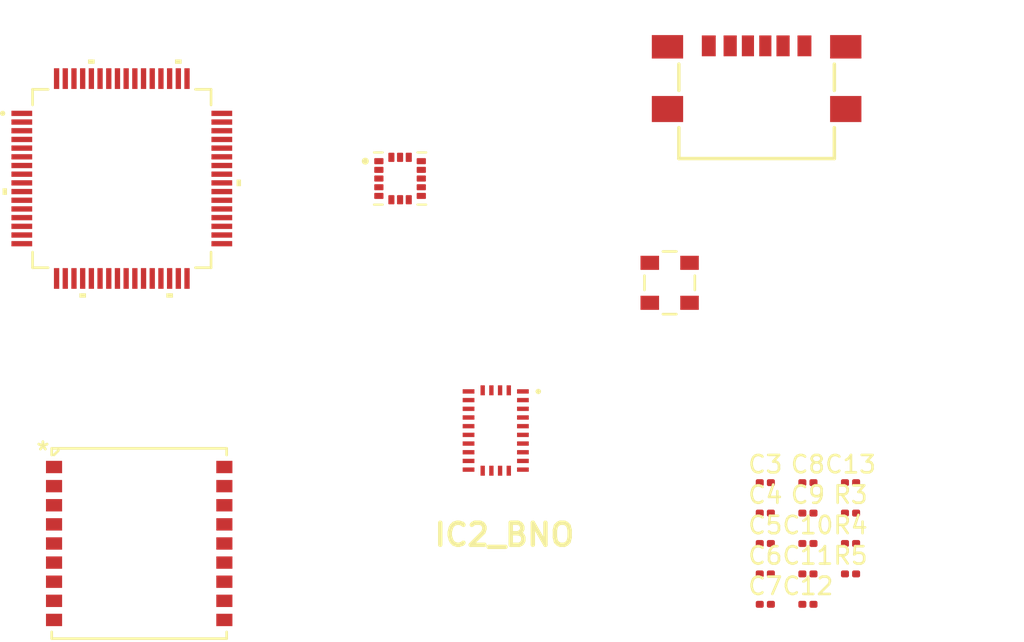
<source format=kicad_pcb>
(kicad_pcb (version 20241229) (generator "pcbnew") (generator_version "9.0")
  (layers (0 "F.Cu" signal) (2 "B.Cu" signal) (13 "F.Paste" user) (15 "B.Paste" user) (5 "F.SilkS" user "F.Silkscreen") (7 "B.SilkS" user "B.Silkscreen") (1 "F.Mask" user) (3 "B.Mask" user) (25 "Edge.Cuts" user))
  (net 0 "")
  (net 1 "5V")
  (net 3 "GND")
  (net 4 "MAX_Timepulse_INT2")
  (net 5 "MAX_INT1")
  (net 6 "MAX_USART2_TX")
  (net 7 "I2C1_SDA")
  (net 9 "Backup 3.3V")
  (net 11 "MAX_USART2_RX")
  (net 12 "I2C1_SCL")
  (net 13 "3.3V")
  (net 14 "MAX_Reset")
  (net 16 "Net-(IC1-PH0-OSC_IN)")
  (net 17 "H3_INT1")
  (net 19 "H3_INT2")
  (net 22 "MISO")
  (net 49 "MOSI")
  (net 56 "SCK")
  (net 60 "NRST")
  (net 62 "LPS_INT1")
  (net 63 "BNO_INT1")
  (net 73 "Net-(IC2-CLKSEL0)")
  (net 74 "Net-(IC2-CAP)")
  (footprint "Capacitor_SMD:C_0201_0603Metric" (layer "F.Cu") (at 156.95 94.75)
    (property "Reference" "C11" (at 0 -1.05 0) (layer "F.SilkS"))
    (property "Value" "C")
    (pad "1" smd roundrect (at -0.32 0) (size 0.46 0.4) (layers "F.Cu" "F.Mask") (net 3 "GND"))
    (pad "2" smd roundrect (at 0.32 0) (size 0.46 0.4) (layers "F.Cu" "F.Mask") (net 13 "3.3V"))
  )
  (footprint "Resistor_SMD:R_0201_0603Metric" (layer "F.Cu") (at 159.4 91.25)
    (property "Reference" "R3" (at 0 -1.05 0) (layer "F.SilkS"))
    (property "Value" "R")
    (pad "1" smd roundrect (at -0.32 0) (size 0.46 0.4) (layers "F.Cu" "F.Mask") (net 13 "3.3V"))
    (pad "2" smd roundrect (at 0.32 0) (size 0.46 0.4) (layers "F.Cu" "F.Mask") (net 73 "Net-(IC2-CLKSEL0)"))
  )
  (footprint "Capacitor_SMD:C_0201_0603Metric" (layer "F.Cu") (at 154.5 93)
    (property "Reference" "C5" (at 0 -1.05 0) (layer "F.SilkS"))
    (property "Value" "C")
    (pad "1" smd roundrect (at -0.32 0) (size 0.46 0.4) (layers "F.Cu" "F.Mask") (net 3 "GND"))
    (pad "2" smd roundrect (at 0.32 0) (size 0.46 0.4) (layers "F.Cu" "F.Mask") (net 13 "3.3V"))
  )
  (footprint "Resistor_SMD:R_0201_0603Metric" (layer "F.Cu") (at 159.4 93)
    (property "Reference" "R4" (at 0 -1.05 0) (layer "F.SilkS"))
    (property "Value" "R")
    (pad "1" smd roundrect (at -0.32 0) (size 0.46 0.4) (layers "F.Cu" "F.Mask") (net 13 "3.3V"))
    (pad "2" smd roundrect (at 0.32 0) (size 0.46 0.4) (layers "F.Cu" "F.Mask") (net 12 "I2C1_SCL"))
  )
  (footprint "Capacitor_SMD:C_0201_0603Metric" (layer "F.Cu") (at 154.5 91.25)
    (property "Reference" "C4" (at 0 -1.05 0) (layer "F.SilkS"))
    (property "Value" "C")
    (pad "1" smd roundrect (at -0.32 0) (size 0.46 0.4) (layers "F.Cu" "F.Mask") (net 3 "GND"))
    (pad "2" smd roundrect (at 0.32 0) (size 0.46 0.4) (layers "F.Cu" "F.Mask") (net 13 "3.3V"))
  )
  (footprint "RocketClub:BNO085" (layer "F.Cu") (at 139 86.5)
    (property "Reference" "IC2_BNO" (at 0.5 6 0) (layer "F.SilkS") (effects (font (size 1.27 1.27) (thickness 0.254))))
    (property "Value" "BNO085" (hide yes))
    (fp_line (start 2.4 -2.25) (end 2.4 -2.25) (stroke (width 0.2)) (layer "F.SilkS"))
    (fp_line (start 2.4 -2.25) (end 2.4 -2.25) (stroke (width 0.2)) (layer "F.SilkS"))
    (fp_line (start 2.5 -2.25) (end 2.5 -2.25) (stroke (width 0.2)) (layer "F.SilkS"))
    (fp_arc (start 2.4 -2.25) (mid 2.45 -2.3) (end 2.5 -2.25) (stroke (width 0.2)) (layer "F.SilkS"))
    (fp_arc (start 2.5 -2.25) (mid 2.45 -2.2) (end 2.4 -2.25) (stroke (width 0.2)) (layer "F.SilkS"))
    (fp_arc (start 2.5 -2.25) (mid 2.45 -2.2) (end 2.4 -2.25) (stroke (width 0.2)) (layer "F.SilkS"))
    (pad "1" smd rect (at 1.563 -2.25 90) (size 0.25 0.675) (layers "F.Cu" "F.Mask" "F.Paste"))
    (pad "2" smd rect (at 0.75 -2.313) (size 0.25 0.575) (layers "F.Cu" "F.Mask" "F.Paste") (net 3 "GND"))
    (pad "3" smd rect (at 0.25 -2.313) (size 0.25 0.575) (layers "F.Cu" "F.Mask" "F.Paste") (net 13 "3.3V"))
    (pad "4" smd rect (at -0.25 -2.313) (size 0.25 0.575) (layers "F.Cu" "F.Mask" "F.Paste") (net 3 "GND"))
    (pad "5" smd rect (at -0.75 -2.313) (size 0.25 0.575) (layers "F.Cu" "F.Mask" "F.Paste") (net 13 "3.3V"))
    (pad "6" smd rect (at -1.563 -2.25 90) (size 0.25 0.675) (layers "F.Cu" "F.Mask" "F.Paste") (net 3 "GND"))
    (pad "7" smd rect (at -1.563 -1.75 90) (size 0.25 0.675) (layers "F.Cu" "F.Mask" "F.Paste"))
    (pad "8" smd rect (at -1.563 -1.25 90) (size 0.25 0.675) (layers "F.Cu" "F.Mask" "F.Paste"))
    (pad "9" smd rect (at -1.563 -0.75 90) (size 0.25 0.675) (layers "F.Cu" "F.Mask" "F.Paste") (net 74 "Net-(IC2-CAP)"))
    (pad "10" smd rect (at -1.563 -0.25 90) (size 0.25 0.675) (layers "F.Cu" "F.Mask" "F.Paste") (net 73 "Net-(IC2-CLKSEL0)"))
    (pad "11" smd rect (at -1.563 0.25 90) (size 0.25 0.675) (layers "F.Cu" "F.Mask" "F.Paste") (net 60 "NRST"))
    (pad "12" smd rect (at -1.563 0.75 90) (size 0.25 0.675) (layers "F.Cu" "F.Mask" "F.Paste"))
    (pad "13" smd rect (at -1.563 1.25 90) (size 0.25 0.675) (layers "F.Cu" "F.Mask" "F.Paste"))
    (pad "14" smd rect (at -1.563 1.75 90) (size 0.25 0.675) (layers "F.Cu" "F.Mask" "F.Paste") (net 63 "BNO_INT1"))
    (pad "15" smd rect (at -1.563 2.25 90) (size 0.25 0.675) (layers "F.Cu" "F.Mask" "F.Paste"))
    (pad "16" smd rect (at -0.75 2.313) (size 0.25 0.575) (layers "F.Cu" "F.Mask" "F.Paste"))
    (pad "17" smd rect (at -0.25 2.313) (size 0.25 0.575) (layers "F.Cu" "F.Mask" "F.Paste") (net 13 "3.3V"))
    (pad "18" smd rect (at 0.25 2.313) (size 0.25 0.575) (layers "F.Cu" "F.Mask" "F.Paste"))
    (pad "19" smd rect (at 0.75 2.313) (size 0.25 0.575) (layers "F.Cu" "F.Mask" "F.Paste") (net 12 "I2C1_SCL"))
    (pad "20" smd rect (at 1.563 2.25 90) (size 0.25 0.675) (layers "F.Cu" "F.Mask" "F.Paste") (net 7 "I2C1_SDA"))
    (pad "21" smd rect (at 1.563 1.75 90) (size 0.25 0.675) (layers "F.Cu" "F.Mask" "F.Paste"))
    (pad "22" smd rect (at 1.563 1.25 90) (size 0.25 0.675) (layers "F.Cu" "F.Mask" "F.Paste"))
    (pad "23" smd rect (at 1.563 0.75 90) (size 0.25 0.675) (layers "F.Cu" "F.Mask" "F.Paste"))
    (pad "24" smd rect (at 1.563 0.25 90) (size 0.25 0.675) (layers "F.Cu" "F.Mask" "F.Paste"))
    (pad "25" smd rect (at 1.563 -0.25 90) (size 0.25 0.675) (layers "F.Cu" "F.Mask" "F.Paste") (net 3 "GND"))
    (pad "26" smd rect (at 1.563 -0.75 90) (size 0.25 0.675) (layers "F.Cu" "F.Mask" "F.Paste"))
    (pad "27" smd rect (at 1.563 -1.25 90) (size 0.25 0.675) (layers "F.Cu" "F.Mask" "F.Paste"))
    (pad "28" smd rect (at 1.563 -1.75 90) (size 0.25 0.675) (layers "F.Cu" "F.Mask" "F.Paste") (net 13 "3.3V"))
  )
  (footprint "Capacitor_SMD:C_0201_0603Metric" (layer "F.Cu") (at 156.95 93)
    (property "Reference" "C10" (at 0 -1.05 0) (layer "F.SilkS"))
    (property "Value" "C")
    (pad "1" smd roundrect (at -0.32 0) (size 0.46 0.4) (layers "F.Cu" "F.Mask") (net 3 "GND"))
    (pad "2" smd roundrect (at 0.32 0) (size 0.46 0.4) (layers "F.Cu" "F.Mask") (net 13 "3.3V"))
  )
  (footprint "Capacitor_SMD:C_0201_0603Metric" (layer "F.Cu") (at 156.95 91.25)
    (property "Reference" "C9" (at 0 -1.05 0) (layer "F.SilkS"))
    (property "Value" "C")
    (pad "1" smd roundrect (at -0.32 0) (size 0.46 0.4) (layers "F.Cu" "F.Mask") (net 3 "GND"))
    (pad "2" smd roundrect (at 0.32 0) (size 0.46 0.4) (layers "F.Cu" "F.Mask") (net 13 "3.3V"))
  )
  (footprint "RocketClub:LQFP64-10x10mm_STM" (layer "F.Cu") (at 117.5 72)
    (property "Reference" "IC1" (hide yes))
    (property "Value" "STM32H573RIT6")
    (fp_line (start -5.1308 -5.1308) (end -5.1308 -4.234392) (stroke (width 0.1524)) (layer "F.SilkS"))
    (fp_line (start -5.1308 4.234392) (end -5.1308 5.1308) (stroke (width 0.1524)) (layer "F.SilkS"))
    (fp_line (start -5.1308 5.1308) (end -4.234392 5.1308) (stroke (width 0.1524)) (layer "F.SilkS"))
    (fp_line (start -4.234392 -5.1308) (end -5.1308 -5.1308) (stroke (width 0.1524)) (layer "F.SilkS"))
    (fp_line (start 4.234392 5.1308) (end 5.1308 5.1308) (stroke (width 0.1524)) (layer "F.SilkS"))
    (fp_line (start 5.1308 -5.1308) (end 4.234392 -5.1308) (stroke (width 0.1524)) (layer "F.SilkS"))
    (fp_line (start 5.1308 -4.234392) (end 5.1308 -5.1308) (stroke (width 0.1524)) (layer "F.SilkS"))
    (fp_line (start 5.1308 5.1308) (end 5.1308 4.234392) (stroke (width 0.1524)) (layer "F.SilkS"))
    (fp_circle (center -6.8509 -3.75) (end -6.7747 -3.75) (stroke (width 0.1524)) (fill no) (layer "F.SilkS"))
    (fp_poly (pts (xy -6.854899 0.559501) (xy -6.854899 0.940501) (xy -6.600899 0.940501) (xy -6.600899 0.559501)) (fill yes) (layer "F.SilkS"))
    (fp_poly (pts (xy -2.440501 6.600899) (xy -2.440501 6.854899) (xy -2.059501 6.854899) (xy -2.059501 6.600899)) (fill yes) (layer "F.SilkS"))
    (fp_poly (pts (xy -1.940499 -6.600899) (xy -1.940499 -6.854899) (xy -1.559499 -6.854899) (xy -1.559499 -6.600899)) (fill yes) (layer "F.SilkS"))
    (fp_poly (pts (xy 2.5595 6.600899) (xy 2.5595 6.854899) (xy 2.9405 6.854899) (xy 2.9405 6.600899)) (fill yes) (layer "F.SilkS"))
    (fp_poly (pts (xy 3.059501 -6.600899) (xy 3.059501 -6.854899) (xy 3.440501 -6.854899) (xy 3.440501 -6.600899)) (fill yes) (layer "F.SilkS"))
    (fp_poly (pts (xy 6.854899 0.059499) (xy 6.854899 0.4405) (xy 6.600899 0.4405) (xy 6.600899 0.059499)) (fill yes) (layer "F.SilkS"))
    (pad "1" smd rect (at -5.749999 -3.75) (size 1.1938 0.3048) (layers "F.Cu" "F.Mask" "F.Paste"))
    (pad "2" smd rect (at -5.749999 -3.250001) (size 1.1938 0.3048) (layers "F.Cu" "F.Mask" "F.Paste"))
    (pad "3" smd rect (at -5.749999 -2.75) (size 1.1938 0.3048) (layers "F.Cu" "F.Mask" "F.Paste"))
    (pad "4" smd rect (at -5.749999 -2.250001) (size 1.1938 0.3048) (layers "F.Cu" "F.Mask" "F.Paste"))
    (pad "5" smd rect (at -5.749999 -1.749999) (size 1.1938 0.3048) (layers "F.Cu" "F.Mask" "F.Paste") (net 16 "Net-(IC1-PH0-OSC_IN)"))
    (pad "6" smd rect (at -5.749999 -1.25) (size 1.1938 0.3048) (layers "F.Cu" "F.Mask" "F.Paste"))
    (pad "7" smd rect (at -5.749999 -0.750001) (size 1.1938 0.3048) (layers "F.Cu" "F.Mask" "F.Paste") (net 60 "NRST"))
    (pad "8" smd rect (at -5.749999 -0.25) (size 1.1938 0.3048) (layers "F.Cu" "F.Mask" "F.Paste"))
    (pad "9" smd rect (at -5.749999 0.25) (size 1.1938 0.3048) (layers "F.Cu" "F.Mask" "F.Paste"))
    (pad "10" smd rect (at -5.749999 0.750001) (size 1.1938 0.3048) (layers "F.Cu" "F.Mask" "F.Paste"))
    (pad "11" smd rect (at -5.749999 1.25) (size 1.1938 0.3048) (layers "F.Cu" "F.Mask" "F.Paste"))
    (pad "12" smd rect (at -5.749999 1.749999) (size 1.1938 0.3048) (layers "F.Cu" "F.Mask" "F.Paste") (net 3 "GND"))
    (pad "13" smd rect (at -5.749999 2.250001) (size 1.1938 0.3048) (layers "F.Cu" "F.Mask" "F.Paste") (net 13 "3.3V"))
    (pad "14" smd rect (at -5.749999 2.75) (size 1.1938 0.3048) (layers "F.Cu" "F.Mask" "F.Paste") (net 6 "MAX_USART2_TX"))
    (pad "15" smd rect (at -5.749999 3.250001) (size 1.1938 0.3048) (layers "F.Cu" "F.Mask" "F.Paste") (net 11 "MAX_USART2_RX"))
    (pad "16" smd rect (at -5.749999 3.75) (size 1.1938 0.3048) (layers "F.Cu" "F.Mask" "F.Paste"))
    (pad "17" smd rect (at -3.75 5.749999 90) (size 1.1938 0.3048) (layers "F.Cu" "F.Mask" "F.Paste"))
    (pad "18" smd rect (at -3.250001 5.749999 90) (size 1.1938 0.3048) (layers "F.Cu" "F.Mask" "F.Paste") (net 3 "GND"))
    (pad "19" smd rect (at -2.75 5.749999 90) (size 1.1938 0.3048) (layers "F.Cu" "F.Mask" "F.Paste") (net 13 "3.3V"))
    (pad "20" smd rect (at -2.250001 5.749999 90) (size 1.1938 0.3048) (layers "F.Cu" "F.Mask" "F.Paste") (net 62 "LPS_INT1"))
    (pad "21" smd rect (at -1.749999 5.749999 90) (size 1.1938 0.3048) (layers "F.Cu" "F.Mask" "F.Paste") (net 56 "SCK"))
    (pad "22" smd rect (at -1.25 5.749999 90) (size 1.1938 0.3048) (layers "F.Cu" "F.Mask" "F.Paste") (net 22 "MISO"))
    (pad "23" smd rect (at -0.750001 5.749999 90) (size 1.1938 0.3048) (layers "F.Cu" "F.Mask" "F.Paste") (net 49 "MOSI"))
    (pad "24" smd rect (at -0.25 5.749999 90) (size 1.1938 0.3048) (layers "F.Cu" "F.Mask" "F.Paste"))
    (pad "25" smd rect (at 0.25 5.749999 90) (size 1.1938 0.3048) (layers "F.Cu" "F.Mask" "F.Paste"))
    (pad "26" smd rect (at 0.750001 5.749999 90) (size 1.1938 0.3048) (layers "F.Cu" "F.Mask" "F.Paste"))
    (pad "27" smd rect (at 1.25 5.749999 90) (size 1.1938 0.3048) (layers "F.Cu" "F.Mask" "F.Paste"))
    (pad "28" smd rect (at 1.749999 5.749999 90) (size 1.1938 0.3048) (layers "F.Cu" "F.Mask" "F.Paste"))
    (pad "29" smd rect (at 2.250001 5.749999 90) (size 1.1938 0.3048) (layers "F.Cu" "F.Mask" "F.Paste"))
    (pad "30" smd rect (at 2.75 5.749999 90) (size 1.1938 0.3048) (layers "F.Cu" "F.Mask" "F.Paste"))
    (pad "31" smd rect (at 3.250001 5.749999 90) (size 1.1938 0.3048) (layers "F.Cu" "F.Mask" "F.Paste") (net 3 "GND"))
    (pad "32" smd rect (at 3.75 5.749999 90) (size 1.1938 0.3048) (layers "F.Cu" "F.Mask" "F.Paste") (net 13 "3.3V"))
    (pad "33" smd rect (at 5.749999 3.75) (size 1.1938 0.3048) (layers "F.Cu" "F.Mask" "F.Paste") (net 19 "H3_INT2"))
    (pad "34" smd rect (at 5.749999 3.250001) (size 1.1938 0.3048) (layers "F.Cu" "F.Mask" "F.Paste") (net 17 "H3_INT1"))
    (pad "35" smd rect (at 5.749999 2.75) (size 1.1938 0.3048) (layers "F.Cu" "F.Mask" "F.Paste"))
    (pad "36" smd rect (at 5.749999 2.250001) (size 1.1938 0.3048) (layers "F.Cu" "F.Mask" "F.Paste") (net 63 "BNO_INT1"))
    (pad "37" smd rect (at 5.749999 1.749999) (size 1.1938 0.3048) (layers "F.Cu" "F.Mask" "F.Paste"))
    (pad "38" smd rect (at 5.749999 1.25) (size 1.1938 0.3048) (layers "F.Cu" "F.Mask" "F.Paste"))
    (pad "39" smd rect (at 5.749999 0.750001) (size 1.1938 0.3048) (layers "F.Cu" "F.Mask" "F.Paste") (net 5 "MAX_INT1"))
    (pad "40" smd rect (at 5.749999 0.25) (size 1.1938 0.3048) (layers "F.Cu" "F.Mask" "F.Paste") (net 14 "MAX_Reset"))
    (pad "41" smd rect (at 5.749999 -0.25) (size 1.1938 0.3048) (layers "F.Cu" "F.Mask" "F.Paste") (net 4 "MAX_Timepulse_INT2"))
    (pad "42" smd rect (at 5.749999 -0.750001) (size 1.1938 0.3048) (layers "F.Cu" "F.Mask" "F.Paste"))
    (pad "43" smd rect (at 5.749999 -1.25) (size 1.1938 0.3048) (layers "F.Cu" "F.Mask" "F.Paste"))
    (pad "44" smd rect (at 5.749999 -1.749999) (size 1.1938 0.3048) (layers "F.Cu" "F.Mask" "F.Paste"))
    (pad "45" smd rect (at 5.749999 -2.250001) (size 1.1938 0.3048) (layers "F.Cu" "F.Mask" "F.Paste"))
    (pad "46" smd rect (at 5.749999 -2.75) (size 1.1938 0.3048) (layers "F.Cu" "F.Mask" "F.Paste"))
    (pad "47" smd rect (at 5.749999 -3.250001) (size 1.1938 0.3048) (layers "F.Cu" "F.Mask" "F.Paste") (net 3 "GND"))
    (pad "48" smd rect (at 5.749999 -3.75) (size 1.1938 0.3048) (layers "F.Cu" "F.Mask" "F.Paste") (net 13 "3.3V"))
    (pad "49" smd rect (at 3.75 -5.749999 90) (size 1.1938 0.3048) (layers "F.Cu" "F.Mask" "F.Paste"))
    (pad "50" smd rect (at 3.250001 -5.749999 90) (size 1.1938 0.3048) (layers "F.Cu" "F.Mask" "F.Paste"))
    (pad "51" smd rect (at 2.75 -5.749999 90) (size 1.1938 0.3048) (layers "F.Cu" "F.Mask" "F.Paste"))
    (pad "52" smd rect (at 2.250001 -5.749999 90) (size 1.1938 0.3048) (layers "F.Cu" "F.Mask" "F.Paste"))
    (pad "53" smd rect (at 1.749999 -5.749999 90) (size 1.1938 0.3048) (layers "F.Cu" "F.Mask" "F.Paste"))
    (pad "54" smd rect (at 1.25 -5.749999 90) (size 1.1938 0.3048) (layers "F.Cu" "F.Mask" "F.Paste"))
    (pad "55" smd rect (at 0.750001 -5.749999 90) (size 1.1938 0.3048) (layers "F.Cu" "F.Mask" "F.Paste"))
    (pad "56" smd rect (at 0.25 -5.749999 90) (size 1.1938 0.3048) (layers "F.Cu" "F.Mask" "F.Paste"))
    (pad "57" smd rect (at -0.25 -5.749999 90) (size 1.1938 0.3048) (layers "F.Cu" "F.Mask" "F.Paste"))
    (pad "58" smd rect (at -0.750001 -5.749999 90) (size 1.1938 0.3048) (layers "F.Cu" "F.Mask" "F.Paste"))
    (pad "59" smd rect (at -1.25 -5.749999 90) (size 1.1938 0.3048) (layers "F.Cu" "F.Mask" "F.Paste") (net 7 "I2C1_SDA"))
    (pad "60" smd rect (at -1.749999 -5.749999 90) (size 1.1938 0.3048) (layers "F.Cu" "F.Mask" "F.Paste"))
    (pad "61" smd rect (at -2.250001 -5.749999 90) (size 1.1938 0.3048) (layers "F.Cu" "F.Mask" "F.Paste") (net 12 "I2C1_SCL"))
    (pad "62" smd rect (at -2.75 -5.749999 90) (size 1.1938 0.3048) (layers "F.Cu" "F.Mask" "F.Paste"))
    (pad "63" smd rect (at -3.250001 -5.749999 90) (size 1.1938 0.3048) (layers "F.Cu" "F.Mask" "F.Paste") (net 3 "GND"))
    (pad "64" smd rect (at -3.75 -5.749999 90) (size 1.1938 0.3048) (layers "F.Cu" "F.Mask" "F.Paste") (net 13 "3.3V"))
  )
  (footprint "Capacitor_SMD:C_0201_0603Metric" (layer "F.Cu") (at 156.95 89.5)
    (property "Reference" "C8" (at 0 -1.05 0) (layer "F.SilkS"))
    (property "Value" "C")
    (pad "1" smd roundrect (at -0.32 0) (size 0.46 0.4) (layers "F.Cu" "F.Mask") (net 3 "GND"))
    (pad "2" smd roundrect (at 0.32 0) (size 0.46 0.4) (layers "F.Cu" "F.Mask") (net 13 "3.3V"))
  )
  (footprint "Capacitor_SMD:C_0201_0603Metric" (layer "F.Cu") (at 156.95 96.5)
    (property "Reference" "C12" (at 0 -1.05 0) (layer "F.SilkS"))
    (property "Value" "C")
    (pad "1" smd roundrect (at -0.32 0) (size 0.46 0.4) (layers "F.Cu" "F.Mask") (net 3 "GND"))
    (pad "2" smd roundrect (at 0.32 0) (size 0.46 0.4) (layers "F.Cu" "F.Mask") (net 13 "3.3V"))
  )
  (footprint "RocketClub:SMT_M8W-0_UBL" (layer "F.Cu") (at 118.5 93)
    (property "Reference" "U3" (hide yes))
    (property "Value" "MAX-M8W-0")
    (fp_line (start -5.0292 -5.4737) (end 5.0292 -5.4737) (stroke (width 0.1524)) (layer "F.SilkS"))
    (fp_line (start -5.0292 -5.088341) (end -5.0292 -5.4737) (stroke (width 0.1524)) (layer "F.SilkS"))
    (fp_line (start -5.0292 5.088339) (end -5.0292 5.4737) (stroke (width 0.1524)) (layer "F.SilkS"))
    (fp_line (start -5.0292 5.4737) (end 5.0292 5.4737) (stroke (width 0.1524)) (layer "F.SilkS"))
    (fp_line (start -4.6482 -5.3467) (end -4.9022 -5.0927) (stroke (width 0.1524)) (layer "F.SilkS"))
    (fp_line (start 5.0292 -5.088339) (end 5.0292 -5.4737) (stroke (width 0.1524)) (layer "F.SilkS"))
    (fp_line (start 5.0292 5.088341) (end 5.0292 5.4737) (stroke (width 0.1524)) (layer "F.SilkS"))
    (fp_text user "*" (at -5.5372 -5.314401 0) (layer "F.SilkS"))
    (fp_text user "*" (at -5.5372 -5.314401 0) (layer "F.SilkS"))
    (pad "1" smd rect (at -4.89585 -4.400001) (size 0.9271 0.7112) (layers "F.Cu" "F.Mask" "F.Paste") (net 3 "GND"))
    (pad "2" smd rect (at -4.89585 -3.300001) (size 0.9271 0.7112) (layers "F.Cu" "F.Mask" "F.Paste") (net 11 "MAX_USART2_RX"))
    (pad "3" smd rect (at -4.89585 -2.200001) (size 0.9271 0.7112) (layers "F.Cu" "F.Mask" "F.Paste") (net 6 "MAX_USART2_TX"))
    (pad "4" smd rect (at -4.89585 -1.1) (size 0.9271 0.7112) (layers "F.Cu" "F.Mask" "F.Paste") (net 4 "MAX_Timepulse_INT2"))
    (pad "5" smd rect (at -4.89585 0) (size 0.9271 0.7112) (layers "F.Cu" "F.Mask" "F.Paste") (net 5 "MAX_INT1"))
    (pad "6" smd rect (at -4.89585 1.1) (size 0.9271 0.7112) (layers "F.Cu" "F.Mask" "F.Paste") (net 9 "Backup 3.3V"))
    (pad "7" smd rect (at -4.89585 2.200001) (size 0.9271 0.7112) (layers "F.Cu" "F.Mask" "F.Paste") (net 13 "3.3V"))
    (pad "8" smd rect (at -4.89585 3.299998) (size 0.9271 0.7112) (layers "F.Cu" "F.Mask" "F.Paste") (net 13 "3.3V"))
    (pad "9" smd rect (at -4.89585 4.399999) (size 0.9271 0.7112) (layers "F.Cu" "F.Mask" "F.Paste") (net 14 "MAX_Reset"))
    (pad "10" smd rect (at 4.89585 4.400001) (size 0.9271 0.7112) (layers "F.Cu" "F.Mask" "F.Paste") (net 3 "GND"))
    (pad "11" smd rect (at 4.89585 3.300001) (size 0.9271 0.7112) (layers "F.Cu" "F.Mask" "F.Paste"))
    (pad "12" smd rect (at 4.89585 2.200001) (size 0.9271 0.7112) (layers "F.Cu" "F.Mask" "F.Paste") (net 3 "GND"))
    (pad "13" smd rect (at 4.89585 1.1) (size 0.9271 0.7112) (layers "F.Cu" "F.Mask" "F.Paste"))
    (pad "14" smd rect (at 4.89585 0) (size 0.9271 0.7112) (layers "F.Cu" "F.Mask" "F.Paste"))
    (pad "15" smd rect (at 4.89585 -1.1) (size 0.9271 0.7112) (layers "F.Cu" "F.Mask" "F.Paste") (net 1 "5V"))
    (pad "16" smd rect (at 4.89585 -2.200001) (size 0.9271 0.7112) (layers "F.Cu" "F.Mask" "F.Paste") (net 7 "I2C1_SDA"))
    (pad "17" smd rect (at 4.89585 -3.299998) (size 0.9271 0.7112) (layers "F.Cu" "F.Mask" "F.Paste") (net 12 "I2C1_SCL"))
    (pad "18" smd rect (at 4.89585 -4.399999) (size 0.9271 0.7112) (layers "F.Cu" "F.Mask" "F.Paste"))
  )
  (footprint "Capacitor_SMD:C_0201_0603Metric" (layer "F.Cu") (at 154.5 89.5)
    (property "Reference" "C3" (at 0 -1.05 0) (layer "F.SilkS"))
    (property "Value" "C")
    (pad "1" smd roundrect (at -0.32 0) (size 0.46 0.4) (layers "F.Cu" "F.Mask") (net 3 "GND"))
    (pad "2" smd roundrect (at 0.32 0) (size 0.46 0.4) (layers "F.Cu" "F.Mask") (net 13 "3.3V"))
  )
  (footprint "RocketClub:GCT_USB4135-GF-A_REVA" (layer "F.Cu") (at 154 68)
    (property "Reference" "J1" (hide yes))
    (property "Value" "USB4135-GF-A_REVA")
    (fp_line (start -4.47 -2.585) (end -4.47 -1.07) (stroke (width 0.2)) (layer "F.SilkS"))
    (fp_line (start -4.47 2.85) (end -4.47 1.07) (stroke (width 0.2)) (layer "F.SilkS"))
    (fp_line (start 4.47 -2.585) (end 4.47 -1.07) (stroke (width 0.2)) (layer "F.SilkS"))
    (fp_line (start 4.47 2.85) (end -4.47 2.85) (stroke (width 0.2)) (layer "F.SilkS"))
    (fp_line (start 4.47 2.85) (end 4.47 1.07) (stroke (width 0.2)) (layer "F.SilkS"))
    (pad "A5" smd rect (at -0.5 -3.635) (size 0.7 1.2) (layers "F.Cu" "F.Mask" "F.Paste"))
    (pad "A9" smd rect (at 1.52 -3.635) (size 0.76 1.2) (layers "F.Cu" "F.Mask" "F.Paste"))
    (pad "A12" smd rect (at 2.75 -3.635) (size 0.8 1.2) (layers "F.Cu" "F.Mask" "F.Paste") (net 3 "GND"))
    (pad "B5" smd rect (at 0.5 -3.635) (size 0.7 1.2) (layers "F.Cu" "F.Mask" "F.Paste"))
    (pad "B9" smd rect (at -1.52 -3.635) (size 0.76 1.2) (layers "F.Cu" "F.Mask" "F.Paste"))
    (pad "B12" smd rect (at -2.75 -3.635) (size 0.8 1.2) (layers "F.Cu" "F.Mask" "F.Paste") (net 3 "GND"))
    (pad "S1" smd rect (at -5.125 -3.58) (size 1.8 1.35) (layers "F.Cu" "F.Mask" "F.Paste"))
    (pad "S2" smd rect (at -5.125 0) (size 1.8 1.5) (layers "F.Cu" "F.Mask" "F.Paste"))
    (pad "S3" smd rect (at 5.125 0) (size 1.8 1.5) (layers "F.Cu" "F.Mask" "F.Paste"))
    (pad "S4" smd rect (at 5.125 -3.58) (size 1.8 1.35) (layers "F.Cu" "F.Mask" "F.Paste"))
  )
  (footprint "Capacitor_SMD:C_0201_0603Metric" (layer "F.Cu") (at 154.5 94.75)
    (property "Reference" "C6" (at 0 -1.05 0) (layer "F.SilkS"))
    (property "Value" "C")
    (pad "1" smd roundrect (at -0.32 0) (size 0.46 0.4) (layers "F.Cu" "F.Mask") (net 13 "3.3V"))
    (pad "2" smd roundrect (at 0.32 0) (size 0.46 0.4) (layers "F.Cu" "F.Mask") (net 3 "GND"))
  )
  (footprint "Resistor_SMD:R_0201_0603Metric" (layer "F.Cu") (at 159.4 94.75)
    (property "Reference" "R5" (at 0 -1.05 0) (layer "F.SilkS"))
    (property "Value" "R")
    (pad "1" smd roundrect (at -0.32 0) (size 0.46 0.4) (layers "F.Cu" "F.Mask") (net 13 "3.3V"))
    (pad "2" smd roundrect (at 0.32 0) (size 0.46 0.4) (layers "F.Cu" "F.Mask") (net 7 "I2C1_SDA"))
  )
  (footprint "Capacitor_SMD:C_0201_0603Metric" (layer "F.Cu") (at 159.4 89.5)
    (property "Reference" "C13" (at 0 -1.05 0) (layer "F.SilkS"))
    (property "Value" "C")
    (pad "1" smd roundrect (at -0.32 0) (size 0.46 0.4) (layers "F.Cu" "F.Mask") (net 3 "GND"))
    (pad "2" smd roundrect (at 0.32 0) (size 0.46 0.4) (layers "F.Cu" "F.Mask") (net 74 "Net-(IC2-CAP)"))
  )
  (footprint "RocketClub:SMT_16.000000_TTN" (layer "F.Cu") (at 149 78)
    (property "Reference" "Oscillator 3.3V 16MHz1" (hide yes))
    (property "Value" "Oscillator 3.3V 16MHz")
    (fp_line (start -1.4478 -0.41086) (end -1.4478 0.41086) (stroke (width 0.1524)) (layer "F.SilkS"))
    (fp_line (start -0.38665 1.8034) (end 0.38665 1.8034) (stroke (width 0.1524)) (layer "F.SilkS"))
    (fp_line (start 0.38665 -1.8034) (end -0.38665 -1.8034) (stroke (width 0.1524)) (layer "F.SilkS"))
    (fp_line (start 1.4478 0.41086) (end 1.4478 -0.41086) (stroke (width 0.1524)) (layer "F.SilkS"))
    (pad "1" smd rect (at -1.143 -1.15) (size 1.0668 0.8128) (layers "F.Cu" "F.Mask" "F.Paste") (net 13 "3.3V"))
    (pad "2" smd rect (at -1.143 1.15) (size 1.0668 0.8128) (layers "F.Cu" "F.Mask" "F.Paste") (net 3 "GND"))
    (pad "3" smd rect (at 1.143 1.15) (size 1.0668 0.8128) (layers "F.Cu" "F.Mask" "F.Paste") (net 16 "Net-(IC1-PH0-OSC_IN)"))
    (pad "4" smd rect (at 1.143 -1.15) (size 1.0668 0.8128) (layers "F.Cu" "F.Mask" "F.Paste") (net 13 "3.3V"))
  )
  (footprint "RocketClub:PQFN50P300X300X100-16N-H3" (layer "F.Cu") (at 133.5 72)
    (property "Reference" "U1" (hide yes))
    (property "Value" "H3LIS100DLTR")
    (fp_line (start -1.5 -1.5) (end -1 -1.5) (stroke (width 0.127)) (layer "F.SilkS"))
    (fp_line (start -1.5 1.5) (end -1 1.5) (stroke (width 0.127)) (layer "F.SilkS"))
    (fp_line (start 1.5 -1.5) (end 1 -1.5) (stroke (width 0.127)) (layer "F.SilkS"))
    (fp_line (start 1.5 1.5) (end 1 1.5) (stroke (width 0.127)) (layer "F.SilkS"))
    (fp_circle (center -2 -1) (end -1.9 -1) (stroke (width 0.2)) (fill no) (layer "F.SilkS"))
    (pad "1" smd roundrect (at -1.22 -1) (size 0.53 0.35) (layers "F.Cu" "F.Mask" "F.Paste") (roundrect_rratio 0.125) (net 13 "3.3V"))
    (pad "2" smd roundrect (at -1.22 -0.5) (size 0.53 0.35) (layers "F.Cu" "F.Mask" "F.Paste") (roundrect_rratio 0.125))
    (pad "3" smd roundrect (at -1.22 0) (size 0.53 0.35) (layers "F.Cu" "F.Mask" "F.Paste") (roundrect_rratio 0.125))
    (pad "4" smd roundrect (at -1.22 0.5) (size 0.53 0.35) (layers "F.Cu" "F.Mask" "F.Paste") (roundrect_rratio 0.125) (net 12 "I2C1_SCL"))
    (pad "5" smd roundrect (at -1.22 1) (size 0.53 0.35) (layers "F.Cu" "F.Mask" "F.Paste") (roundrect_rratio 0.125) (net 3 "GND"))
    (pad "6" smd roundrect (at -0.5 1.22) (size 0.35 0.53) (layers "F.Cu" "F.Mask" "F.Paste") (roundrect_rratio 0.125) (net 7 "I2C1_SDA"))
    (pad "7" smd roundrect (at 0 1.22) (size 0.35 0.53) (layers "F.Cu" "F.Mask" "F.Paste") (roundrect_rratio 0.125) (net 3 "GND"))
    (pad "8" smd roundrect (at 0.5 1.22) (size 0.35 0.53) (layers "F.Cu" "F.Mask" "F.Paste") (roundrect_rratio 0.125) (net 13 "3.3V"))
    (pad "9" smd roundrect (at 1.22 1) (size 0.53 0.35) (layers "F.Cu" "F.Mask" "F.Paste") (roundrect_rratio 0.125) (net 19 "H3_INT2"))
    (pad "10" smd roundrect (at 1.22 0.5) (size 0.53 0.35) (layers "F.Cu" "F.Mask" "F.Paste") (roundrect_rratio 0.125) (net 3 "GND"))
    (pad "11" smd roundrect (at 1.22 0) (size 0.53 0.35) (layers "F.Cu" "F.Mask" "F.Paste") (roundrect_rratio 0.125) (net 17 "H3_INT1"))
    (pad "12" smd roundrect (at 1.22 -0.5) (size 0.53 0.35) (layers "F.Cu" "F.Mask" "F.Paste") (roundrect_rratio 0.125) (net 3 "GND"))
    (pad "13" smd roundrect (at 1.22 -1) (size 0.53 0.35) (layers "F.Cu" "F.Mask" "F.Paste") (roundrect_rratio 0.125) (net 3 "GND"))
    (pad "14" smd roundrect (at 0.5 -1.22) (size 0.35 0.53) (layers "F.Cu" "F.Mask" "F.Paste") (roundrect_rratio 0.125) (net 13 "3.3V"))
    (pad "15" smd roundrect (at 0 -1.22) (size 0.35 0.53) (layers "F.Cu" "F.Mask" "F.Paste") (roundrect_rratio 0.125) (net 3 "GND"))
    (pad "16" smd roundrect (at -0.5 -1.22) (size 0.35 0.53) (layers "F.Cu" "F.Mask" "F.Paste") (roundrect_rratio 0.125) (net 3 "GND"))
  )
  (footprint "Capacitor_SMD:C_0201_0603Metric" (layer "F.Cu") (at 154.5 96.5)
    (property "Reference" "C7" (at 0 -1.05 0) (layer "F.SilkS"))
    (property "Value" "C")
    (pad "1" smd roundrect (at -0.32 0) (size 0.46 0.4) (layers "F.Cu" "F.Mask") (net 13 "3.3V"))
    (pad "2" smd roundrect (at 0.32 0) (size 0.46 0.4) (layers "F.Cu" "F.Mask") (net 3 "GND"))
  )
)
</source>
